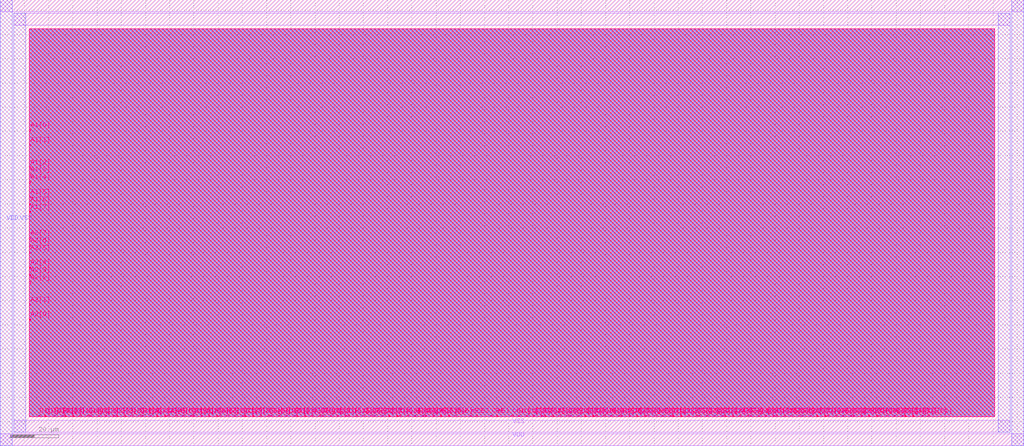
<source format=lef>
VERSION 5.6 ;
BUSBITCHARS "[]" ;
DIVIDERCHAR "/" ;

MACRO MEM2_136X32
  CLASS BLOCK ;
  ORIGIN 0 0 ;
  FOREIGN MEM2_136X32 0 0 ;
  SIZE 422.725 BY 184.395 ;
  SYMMETRY X Y R90 ;
  PIN A1[0]
    DIRECTION INPUT ;
    USE SIGNAL ;
    PORT
      LAYER Metal5 ;
        RECT 12 130.095 12.66 130.755 ;
      LAYER Metal6 ;
        RECT 12 130.095 12.66 130.755 ;
      LAYER Metal3 ;
        RECT 12 130.095 12.66 130.755 ;
      LAYER Metal4 ;
        RECT 12 130.095 12.66 130.755 ;
    END
  END A1[0]
  PIN A1[1]
    DIRECTION INPUT ;
    USE SIGNAL ;
    PORT
      LAYER Metal5 ;
        RECT 12 123.975 12.66 124.635 ;
      LAYER Metal6 ;
        RECT 12 123.975 12.66 124.635 ;
      LAYER Metal3 ;
        RECT 12 123.975 12.66 124.635 ;
      LAYER Metal4 ;
        RECT 12 123.975 12.66 124.635 ;
    END
  END A1[1]
  PIN A1[2]
    DIRECTION INPUT ;
    USE SIGNAL ;
    PORT
      LAYER Metal5 ;
        RECT 12 114.755 12.66 115.415 ;
      LAYER Metal6 ;
        RECT 12 114.755 12.66 115.415 ;
      LAYER Metal3 ;
        RECT 12 114.755 12.66 115.415 ;
      LAYER Metal4 ;
        RECT 12 114.755 12.66 115.415 ;
    END
  END A1[2]
  PIN A1[3]
    DIRECTION INPUT ;
    USE SIGNAL ;
    PORT
      LAYER Metal5 ;
        RECT 12 111.735 12.66 112.395 ;
      LAYER Metal6 ;
        RECT 12 111.735 12.66 112.395 ;
      LAYER Metal3 ;
        RECT 12 111.735 12.66 112.395 ;
      LAYER Metal4 ;
        RECT 12 111.735 12.66 112.395 ;
    END
  END A1[3]
  PIN A1[4]
    DIRECTION INPUT ;
    USE SIGNAL ;
    PORT
      LAYER Metal5 ;
        RECT 12 108.635 12.66 109.295 ;
      LAYER Metal6 ;
        RECT 12 108.635 12.66 109.295 ;
      LAYER Metal3 ;
        RECT 12 108.635 12.66 109.295 ;
      LAYER Metal4 ;
        RECT 12 108.635 12.66 109.295 ;
    END
  END A1[4]
  PIN A1[5]
    DIRECTION INPUT ;
    USE SIGNAL ;
    PORT
      LAYER Metal5 ;
        RECT 12 102.515 12.66 103.175 ;
      LAYER Metal6 ;
        RECT 12 102.515 12.66 103.175 ;
      LAYER Metal3 ;
        RECT 12 102.515 12.66 103.175 ;
      LAYER Metal4 ;
        RECT 12 102.515 12.66 103.175 ;
    END
  END A1[5]
  PIN A1[6]
    DIRECTION INPUT ;
    USE SIGNAL ;
    PORT
      LAYER Metal5 ;
        RECT 12 99.495 12.66 100.155 ;
      LAYER Metal6 ;
        RECT 12 99.495 12.66 100.155 ;
      LAYER Metal3 ;
        RECT 12 99.495 12.66 100.155 ;
      LAYER Metal4 ;
        RECT 12 99.495 12.66 100.155 ;
    END
  END A1[6]
  PIN A1[7]
    DIRECTION INPUT ;
    USE SIGNAL ;
    PORT
      LAYER Metal5 ;
        RECT 12 96.395 12.66 97.055 ;
      LAYER Metal6 ;
        RECT 12 96.395 12.66 97.055 ;
      LAYER Metal3 ;
        RECT 12 96.395 12.66 97.055 ;
      LAYER Metal4 ;
        RECT 12 96.395 12.66 97.055 ;
    END
  END A1[7]
  PIN A2[0]
    DIRECTION INPUT ;
    USE SIGNAL ;
    PORT
      LAYER Metal5 ;
        RECT 12 51.835 12.66 52.495 ;
      LAYER Metal6 ;
        RECT 12 51.835 12.66 52.495 ;
      LAYER Metal3 ;
        RECT 12 51.835 12.66 52.495 ;
      LAYER Metal4 ;
        RECT 12 51.835 12.66 52.495 ;
    END
  END A2[0]
  PIN A2[1]
    DIRECTION INPUT ;
    USE SIGNAL ;
    PORT
      LAYER Metal5 ;
        RECT 12 57.955 12.66 58.615 ;
      LAYER Metal6 ;
        RECT 12 57.955 12.66 58.615 ;
      LAYER Metal3 ;
        RECT 12 57.955 12.66 58.615 ;
      LAYER Metal4 ;
        RECT 12 57.955 12.66 58.615 ;
    END
  END A2[1]
  PIN A2[2]
    DIRECTION INPUT ;
    USE SIGNAL ;
    PORT
      LAYER Metal5 ;
        RECT 12 67.175 12.66 67.835 ;
      LAYER Metal6 ;
        RECT 12 67.175 12.66 67.835 ;
      LAYER Metal3 ;
        RECT 12 67.175 12.66 67.835 ;
      LAYER Metal4 ;
        RECT 12 67.175 12.66 67.835 ;
    END
  END A2[2]
  PIN A2[3]
    DIRECTION INPUT ;
    USE SIGNAL ;
    PORT
      LAYER Metal5 ;
        RECT 12 70.195 12.66 70.855 ;
      LAYER Metal6 ;
        RECT 12 70.195 12.66 70.855 ;
      LAYER Metal3 ;
        RECT 12 70.195 12.66 70.855 ;
      LAYER Metal4 ;
        RECT 12 70.195 12.66 70.855 ;
    END
  END A2[3]
  PIN A2[4]
    DIRECTION INPUT ;
    USE SIGNAL ;
    PORT
      LAYER Metal5 ;
        RECT 12 73.295 12.66 73.955 ;
      LAYER Metal6 ;
        RECT 12 73.295 12.66 73.955 ;
      LAYER Metal3 ;
        RECT 12 73.295 12.66 73.955 ;
      LAYER Metal4 ;
        RECT 12 73.295 12.66 73.955 ;
    END
  END A2[4]
  PIN A2[5]
    DIRECTION INPUT ;
    USE SIGNAL ;
    PORT
      LAYER Metal5 ;
        RECT 12 79.415 12.66 80.075 ;
      LAYER Metal6 ;
        RECT 12 79.415 12.66 80.075 ;
      LAYER Metal3 ;
        RECT 12 79.415 12.66 80.075 ;
      LAYER Metal4 ;
        RECT 12 79.415 12.66 80.075 ;
    END
  END A2[5]
  PIN A2[6]
    DIRECTION INPUT ;
    USE SIGNAL ;
    PORT
      LAYER Metal5 ;
        RECT 12 82.435 12.66 83.095 ;
      LAYER Metal6 ;
        RECT 12 82.435 12.66 83.095 ;
      LAYER Metal3 ;
        RECT 12 82.435 12.66 83.095 ;
      LAYER Metal4 ;
        RECT 12 82.435 12.66 83.095 ;
    END
  END A2[6]
  PIN A2[7]
    DIRECTION INPUT ;
    USE SIGNAL ;
    PORT
      LAYER Metal5 ;
        RECT 12 85.535 12.66 86.195 ;
      LAYER Metal6 ;
        RECT 12 85.535 12.66 86.195 ;
      LAYER Metal3 ;
        RECT 12 85.535 12.66 86.195 ;
      LAYER Metal4 ;
        RECT 12 85.535 12.66 86.195 ;
    END
  END A2[7]
  PIN CE1
    DIRECTION INPUT ;
    USE SIGNAL ;
    PORT
      LAYER Metal5 ;
        RECT 202.485 12 203.145 12.66 ;
      LAYER Metal6 ;
        RECT 202.485 12 203.145 12.66 ;
      LAYER Metal3 ;
        RECT 202.485 12 203.145 12.66 ;
      LAYER Metal4 ;
        RECT 202.485 12 203.145 12.66 ;
    END
  END CE1
  PIN CE2
    DIRECTION INPUT ;
    USE SIGNAL ;
    PORT
      LAYER Metal5 ;
        RECT 196.36 12 197.02 12.66 ;
      LAYER Metal6 ;
        RECT 196.36 12 197.02 12.66 ;
      LAYER Metal3 ;
        RECT 196.36 12 197.02 12.66 ;
      LAYER Metal4 ;
        RECT 196.36 12 197.02 12.66 ;
    END
  END CE2
  PIN CK1
    DIRECTION INPUT ;
    USE SIGNAL ;
    PORT
      LAYER Metal5 ;
        RECT 211.11 12 211.77 12.66 ;
      LAYER Metal6 ;
        RECT 211.11 12 211.77 12.66 ;
      LAYER Metal3 ;
        RECT 211.11 12 211.77 12.66 ;
      LAYER Metal4 ;
        RECT 211.11 12 211.77 12.66 ;
    END
  END CK1
  PIN CK2
    DIRECTION INPUT ;
    USE SIGNAL ;
    PORT
      LAYER Metal5 ;
        RECT 187.735 12 188.395 12.66 ;
      LAYER Metal6 ;
        RECT 187.735 12 188.395 12.66 ;
      LAYER Metal3 ;
        RECT 187.735 12 188.395 12.66 ;
      LAYER Metal4 ;
        RECT 187.735 12 188.395 12.66 ;
    END
  END CK2
  PIN D1[0]
    DIRECTION INPUT ;
    USE SIGNAL ;
    PORT
      LAYER Metal5 ;
        RECT 15.86 12 16.52 12.66 ;
      LAYER Metal6 ;
        RECT 15.86 12 16.52 12.66 ;
      LAYER Metal3 ;
        RECT 15.86 12 16.52 12.66 ;
      LAYER Metal4 ;
        RECT 15.86 12 16.52 12.66 ;
    END
  END D1[0]
  PIN D1[10]
    DIRECTION INPUT ;
    USE SIGNAL ;
    PORT
      LAYER Metal5 ;
        RECT 122.26 12 122.92 12.66 ;
      LAYER Metal6 ;
        RECT 122.26 12 122.92 12.66 ;
      LAYER Metal3 ;
        RECT 122.26 12 122.92 12.66 ;
      LAYER Metal4 ;
        RECT 122.26 12 122.92 12.66 ;
    END
  END D1[10]
  PIN D1[11]
    DIRECTION INPUT ;
    USE SIGNAL ;
    PORT
      LAYER Metal5 ;
        RECT 142.4 12 143.06 12.66 ;
      LAYER Metal6 ;
        RECT 142.4 12 143.06 12.66 ;
      LAYER Metal3 ;
        RECT 142.4 12 143.06 12.66 ;
      LAYER Metal4 ;
        RECT 142.4 12 143.06 12.66 ;
    END
  END D1[11]
  PIN D1[12]
    DIRECTION INPUT ;
    USE SIGNAL ;
    PORT
      LAYER Metal5 ;
        RECT 143.54 12 144.2 12.66 ;
      LAYER Metal6 ;
        RECT 143.54 12 144.2 12.66 ;
      LAYER Metal3 ;
        RECT 143.54 12 144.2 12.66 ;
      LAYER Metal4 ;
        RECT 143.54 12 144.2 12.66 ;
    END
  END D1[12]
  PIN D1[13]
    DIRECTION INPUT ;
    USE SIGNAL ;
    PORT
      LAYER Metal5 ;
        RECT 163.68 12 164.34 12.66 ;
      LAYER Metal6 ;
        RECT 163.68 12 164.34 12.66 ;
      LAYER Metal3 ;
        RECT 163.68 12 164.34 12.66 ;
      LAYER Metal4 ;
        RECT 163.68 12 164.34 12.66 ;
    END
  END D1[13]
  PIN D1[14]
    DIRECTION INPUT ;
    USE SIGNAL ;
    PORT
      LAYER Metal5 ;
        RECT 164.82 12 165.48 12.66 ;
      LAYER Metal6 ;
        RECT 164.82 12 165.48 12.66 ;
      LAYER Metal3 ;
        RECT 164.82 12 165.48 12.66 ;
      LAYER Metal4 ;
        RECT 164.82 12 165.48 12.66 ;
    END
  END D1[14]
  PIN D1[15]
    DIRECTION INPUT ;
    USE SIGNAL ;
    PORT
      LAYER Metal5 ;
        RECT 184.96 12 185.62 12.66 ;
      LAYER Metal6 ;
        RECT 184.96 12 185.62 12.66 ;
      LAYER Metal3 ;
        RECT 184.96 12 185.62 12.66 ;
      LAYER Metal4 ;
        RECT 184.96 12 185.62 12.66 ;
    END
  END D1[15]
  PIN D1[16]
    DIRECTION INPUT ;
    USE SIGNAL ;
    PORT
      LAYER Metal5 ;
        RECT 213.885 12 214.545 12.66 ;
      LAYER Metal6 ;
        RECT 213.885 12 214.545 12.66 ;
      LAYER Metal3 ;
        RECT 213.885 12 214.545 12.66 ;
      LAYER Metal4 ;
        RECT 213.885 12 214.545 12.66 ;
    END
  END D1[16]
  PIN D1[17]
    DIRECTION INPUT ;
    USE SIGNAL ;
    PORT
      LAYER Metal5 ;
        RECT 234.025 12 234.685 12.66 ;
      LAYER Metal6 ;
        RECT 234.025 12 234.685 12.66 ;
      LAYER Metal3 ;
        RECT 234.025 12 234.685 12.66 ;
      LAYER Metal4 ;
        RECT 234.025 12 234.685 12.66 ;
    END
  END D1[17]
  PIN D1[18]
    DIRECTION INPUT ;
    USE SIGNAL ;
    PORT
      LAYER Metal5 ;
        RECT 235.165 12 235.825 12.66 ;
      LAYER Metal6 ;
        RECT 235.165 12 235.825 12.66 ;
      LAYER Metal3 ;
        RECT 235.165 12 235.825 12.66 ;
      LAYER Metal4 ;
        RECT 235.165 12 235.825 12.66 ;
    END
  END D1[18]
  PIN D1[19]
    DIRECTION INPUT ;
    USE SIGNAL ;
    PORT
      LAYER Metal5 ;
        RECT 255.305 12 255.965 12.66 ;
      LAYER Metal6 ;
        RECT 255.305 12 255.965 12.66 ;
      LAYER Metal3 ;
        RECT 255.305 12 255.965 12.66 ;
      LAYER Metal4 ;
        RECT 255.305 12 255.965 12.66 ;
    END
  END D1[19]
  PIN D1[1]
    DIRECTION INPUT ;
    USE SIGNAL ;
    PORT
      LAYER Metal5 ;
        RECT 36 12 36.66 12.66 ;
      LAYER Metal6 ;
        RECT 36 12 36.66 12.66 ;
      LAYER Metal3 ;
        RECT 36 12 36.66 12.66 ;
      LAYER Metal4 ;
        RECT 36 12 36.66 12.66 ;
    END
  END D1[1]
  PIN D1[20]
    DIRECTION INPUT ;
    USE SIGNAL ;
    PORT
      LAYER Metal5 ;
        RECT 256.445 12 257.105 12.66 ;
      LAYER Metal6 ;
        RECT 256.445 12 257.105 12.66 ;
      LAYER Metal3 ;
        RECT 256.445 12 257.105 12.66 ;
      LAYER Metal4 ;
        RECT 256.445 12 257.105 12.66 ;
    END
  END D1[20]
  PIN D1[21]
    DIRECTION INPUT ;
    USE SIGNAL ;
    PORT
      LAYER Metal5 ;
        RECT 276.585 12 277.245 12.66 ;
      LAYER Metal6 ;
        RECT 276.585 12 277.245 12.66 ;
      LAYER Metal3 ;
        RECT 276.585 12 277.245 12.66 ;
      LAYER Metal4 ;
        RECT 276.585 12 277.245 12.66 ;
    END
  END D1[21]
  PIN D1[22]
    DIRECTION INPUT ;
    USE SIGNAL ;
    PORT
      LAYER Metal5 ;
        RECT 277.725 12 278.385 12.66 ;
      LAYER Metal6 ;
        RECT 277.725 12 278.385 12.66 ;
      LAYER Metal3 ;
        RECT 277.725 12 278.385 12.66 ;
      LAYER Metal4 ;
        RECT 277.725 12 278.385 12.66 ;
    END
  END D1[22]
  PIN D1[23]
    DIRECTION INPUT ;
    USE SIGNAL ;
    PORT
      LAYER Metal5 ;
        RECT 297.865 12 298.525 12.66 ;
      LAYER Metal6 ;
        RECT 297.865 12 298.525 12.66 ;
      LAYER Metal3 ;
        RECT 297.865 12 298.525 12.66 ;
      LAYER Metal4 ;
        RECT 297.865 12 298.525 12.66 ;
    END
  END D1[23]
  PIN D1[24]
    DIRECTION INPUT ;
    USE SIGNAL ;
    PORT
      LAYER Metal5 ;
        RECT 299.005 12 299.665 12.66 ;
      LAYER Metal6 ;
        RECT 299.005 12 299.665 12.66 ;
      LAYER Metal3 ;
        RECT 299.005 12 299.665 12.66 ;
      LAYER Metal4 ;
        RECT 299.005 12 299.665 12.66 ;
    END
  END D1[24]
  PIN D1[25]
    DIRECTION INPUT ;
    USE SIGNAL ;
    PORT
      LAYER Metal5 ;
        RECT 319.145 12 319.805 12.66 ;
      LAYER Metal6 ;
        RECT 319.145 12 319.805 12.66 ;
      LAYER Metal3 ;
        RECT 319.145 12 319.805 12.66 ;
      LAYER Metal4 ;
        RECT 319.145 12 319.805 12.66 ;
    END
  END D1[25]
  PIN D1[26]
    DIRECTION INPUT ;
    USE SIGNAL ;
    PORT
      LAYER Metal5 ;
        RECT 320.285 12 320.945 12.66 ;
      LAYER Metal6 ;
        RECT 320.285 12 320.945 12.66 ;
      LAYER Metal3 ;
        RECT 320.285 12 320.945 12.66 ;
      LAYER Metal4 ;
        RECT 320.285 12 320.945 12.66 ;
    END
  END D1[26]
  PIN D1[27]
    DIRECTION INPUT ;
    USE SIGNAL ;
    PORT
      LAYER Metal5 ;
        RECT 340.425 12 341.085 12.66 ;
      LAYER Metal6 ;
        RECT 340.425 12 341.085 12.66 ;
      LAYER Metal3 ;
        RECT 340.425 12 341.085 12.66 ;
      LAYER Metal4 ;
        RECT 340.425 12 341.085 12.66 ;
    END
  END D1[27]
  PIN D1[28]
    DIRECTION INPUT ;
    USE SIGNAL ;
    PORT
      LAYER Metal5 ;
        RECT 341.565 12 342.225 12.66 ;
      LAYER Metal6 ;
        RECT 341.565 12 342.225 12.66 ;
      LAYER Metal3 ;
        RECT 341.565 12 342.225 12.66 ;
      LAYER Metal4 ;
        RECT 341.565 12 342.225 12.66 ;
    END
  END D1[28]
  PIN D1[29]
    DIRECTION INPUT ;
    USE SIGNAL ;
    PORT
      LAYER Metal5 ;
        RECT 361.705 12 362.365 12.66 ;
      LAYER Metal6 ;
        RECT 361.705 12 362.365 12.66 ;
      LAYER Metal3 ;
        RECT 361.705 12 362.365 12.66 ;
      LAYER Metal4 ;
        RECT 361.705 12 362.365 12.66 ;
    END
  END D1[29]
  PIN D1[2]
    DIRECTION INPUT ;
    USE SIGNAL ;
    PORT
      LAYER Metal5 ;
        RECT 37.14 12 37.8 12.66 ;
      LAYER Metal6 ;
        RECT 37.14 12 37.8 12.66 ;
      LAYER Metal3 ;
        RECT 37.14 12 37.8 12.66 ;
      LAYER Metal4 ;
        RECT 37.14 12 37.8 12.66 ;
    END
  END D1[2]
  PIN D1[30]
    DIRECTION INPUT ;
    USE SIGNAL ;
    PORT
      LAYER Metal5 ;
        RECT 362.845 12 363.505 12.66 ;
      LAYER Metal6 ;
        RECT 362.845 12 363.505 12.66 ;
      LAYER Metal3 ;
        RECT 362.845 12 363.505 12.66 ;
      LAYER Metal4 ;
        RECT 362.845 12 363.505 12.66 ;
    END
  END D1[30]
  PIN D1[31]
    DIRECTION INPUT ;
    USE SIGNAL ;
    PORT
      LAYER Metal5 ;
        RECT 382.985 12 383.645 12.66 ;
      LAYER Metal6 ;
        RECT 382.985 12 383.645 12.66 ;
      LAYER Metal3 ;
        RECT 382.985 12 383.645 12.66 ;
      LAYER Metal4 ;
        RECT 382.985 12 383.645 12.66 ;
    END
  END D1[31]
  PIN D1[3]
    DIRECTION INPUT ;
    USE SIGNAL ;
    PORT
      LAYER Metal5 ;
        RECT 57.28 12 57.94 12.66 ;
      LAYER Metal6 ;
        RECT 57.28 12 57.94 12.66 ;
      LAYER Metal3 ;
        RECT 57.28 12 57.94 12.66 ;
      LAYER Metal4 ;
        RECT 57.28 12 57.94 12.66 ;
    END
  END D1[3]
  PIN D1[4]
    DIRECTION INPUT ;
    USE SIGNAL ;
    PORT
      LAYER Metal5 ;
        RECT 58.42 12 59.08 12.66 ;
      LAYER Metal6 ;
        RECT 58.42 12 59.08 12.66 ;
      LAYER Metal3 ;
        RECT 58.42 12 59.08 12.66 ;
      LAYER Metal4 ;
        RECT 58.42 12 59.08 12.66 ;
    END
  END D1[4]
  PIN D1[5]
    DIRECTION INPUT ;
    USE SIGNAL ;
    PORT
      LAYER Metal5 ;
        RECT 78.56 12 79.22 12.66 ;
      LAYER Metal6 ;
        RECT 78.56 12 79.22 12.66 ;
      LAYER Metal3 ;
        RECT 78.56 12 79.22 12.66 ;
      LAYER Metal4 ;
        RECT 78.56 12 79.22 12.66 ;
    END
  END D1[5]
  PIN D1[6]
    DIRECTION INPUT ;
    USE SIGNAL ;
    PORT
      LAYER Metal5 ;
        RECT 79.7 12 80.36 12.66 ;
      LAYER Metal6 ;
        RECT 79.7 12 80.36 12.66 ;
      LAYER Metal3 ;
        RECT 79.7 12 80.36 12.66 ;
      LAYER Metal4 ;
        RECT 79.7 12 80.36 12.66 ;
    END
  END D1[6]
  PIN D1[7]
    DIRECTION INPUT ;
    USE SIGNAL ;
    PORT
      LAYER Metal5 ;
        RECT 99.84 12 100.5 12.66 ;
      LAYER Metal6 ;
        RECT 99.84 12 100.5 12.66 ;
      LAYER Metal3 ;
        RECT 99.84 12 100.5 12.66 ;
      LAYER Metal4 ;
        RECT 99.84 12 100.5 12.66 ;
    END
  END D1[7]
  PIN D1[8]
    DIRECTION INPUT ;
    USE SIGNAL ;
    PORT
      LAYER Metal5 ;
        RECT 100.98 12 101.64 12.66 ;
      LAYER Metal6 ;
        RECT 100.98 12 101.64 12.66 ;
      LAYER Metal3 ;
        RECT 100.98 12 101.64 12.66 ;
      LAYER Metal4 ;
        RECT 100.98 12 101.64 12.66 ;
    END
  END D1[8]
  PIN D1[9]
    DIRECTION INPUT ;
    USE SIGNAL ;
    PORT
      LAYER Metal5 ;
        RECT 121.12 12 121.78 12.66 ;
      LAYER Metal6 ;
        RECT 121.12 12 121.78 12.66 ;
      LAYER Metal3 ;
        RECT 121.12 12 121.78 12.66 ;
      LAYER Metal4 ;
        RECT 121.12 12 121.78 12.66 ;
    END
  END D1[9]
  PIN D2[0]
    DIRECTION INPUT ;
    USE SIGNAL ;
    PORT
      LAYER Metal5 ;
        RECT 25.36 12 26.02 12.66 ;
      LAYER Metal6 ;
        RECT 25.36 12 26.02 12.66 ;
      LAYER Metal3 ;
        RECT 25.36 12 26.02 12.66 ;
      LAYER Metal4 ;
        RECT 25.36 12 26.02 12.66 ;
    END
  END D2[0]
  PIN D2[10]
    DIRECTION INPUT ;
    USE SIGNAL ;
    PORT
      LAYER Metal5 ;
        RECT 131.76 12 132.42 12.66 ;
      LAYER Metal6 ;
        RECT 131.76 12 132.42 12.66 ;
      LAYER Metal3 ;
        RECT 131.76 12 132.42 12.66 ;
      LAYER Metal4 ;
        RECT 131.76 12 132.42 12.66 ;
    END
  END D2[10]
  PIN D2[11]
    DIRECTION INPUT ;
    USE SIGNAL ;
    PORT
      LAYER Metal5 ;
        RECT 132.9 12 133.56 12.66 ;
      LAYER Metal6 ;
        RECT 132.9 12 133.56 12.66 ;
      LAYER Metal3 ;
        RECT 132.9 12 133.56 12.66 ;
      LAYER Metal4 ;
        RECT 132.9 12 133.56 12.66 ;
    END
  END D2[11]
  PIN D2[12]
    DIRECTION INPUT ;
    USE SIGNAL ;
    PORT
      LAYER Metal5 ;
        RECT 153.04 12 153.7 12.66 ;
      LAYER Metal6 ;
        RECT 153.04 12 153.7 12.66 ;
      LAYER Metal3 ;
        RECT 153.04 12 153.7 12.66 ;
      LAYER Metal4 ;
        RECT 153.04 12 153.7 12.66 ;
    END
  END D2[12]
  PIN D2[13]
    DIRECTION INPUT ;
    USE SIGNAL ;
    PORT
      LAYER Metal5 ;
        RECT 154.18 12 154.84 12.66 ;
      LAYER Metal6 ;
        RECT 154.18 12 154.84 12.66 ;
      LAYER Metal3 ;
        RECT 154.18 12 154.84 12.66 ;
      LAYER Metal4 ;
        RECT 154.18 12 154.84 12.66 ;
    END
  END D2[13]
  PIN D2[14]
    DIRECTION INPUT ;
    USE SIGNAL ;
    PORT
      LAYER Metal5 ;
        RECT 174.32 12 174.98 12.66 ;
      LAYER Metal6 ;
        RECT 174.32 12 174.98 12.66 ;
      LAYER Metal3 ;
        RECT 174.32 12 174.98 12.66 ;
      LAYER Metal4 ;
        RECT 174.32 12 174.98 12.66 ;
    END
  END D2[14]
  PIN D2[15]
    DIRECTION INPUT ;
    USE SIGNAL ;
    PORT
      LAYER Metal5 ;
        RECT 175.46 12 176.12 12.66 ;
      LAYER Metal6 ;
        RECT 175.46 12 176.12 12.66 ;
      LAYER Metal3 ;
        RECT 175.46 12 176.12 12.66 ;
      LAYER Metal4 ;
        RECT 175.46 12 176.12 12.66 ;
    END
  END D2[15]
  PIN D2[16]
    DIRECTION INPUT ;
    USE SIGNAL ;
    PORT
      LAYER Metal5 ;
        RECT 223.385 12 224.045 12.66 ;
      LAYER Metal6 ;
        RECT 223.385 12 224.045 12.66 ;
      LAYER Metal3 ;
        RECT 223.385 12 224.045 12.66 ;
      LAYER Metal4 ;
        RECT 223.385 12 224.045 12.66 ;
    END
  END D2[16]
  PIN D2[17]
    DIRECTION INPUT ;
    USE SIGNAL ;
    PORT
      LAYER Metal5 ;
        RECT 224.525 12 225.185 12.66 ;
      LAYER Metal6 ;
        RECT 224.525 12 225.185 12.66 ;
      LAYER Metal3 ;
        RECT 224.525 12 225.185 12.66 ;
      LAYER Metal4 ;
        RECT 224.525 12 225.185 12.66 ;
    END
  END D2[17]
  PIN D2[18]
    DIRECTION INPUT ;
    USE SIGNAL ;
    PORT
      LAYER Metal5 ;
        RECT 244.665 12 245.325 12.66 ;
      LAYER Metal6 ;
        RECT 244.665 12 245.325 12.66 ;
      LAYER Metal3 ;
        RECT 244.665 12 245.325 12.66 ;
      LAYER Metal4 ;
        RECT 244.665 12 245.325 12.66 ;
    END
  END D2[18]
  PIN D2[19]
    DIRECTION INPUT ;
    USE SIGNAL ;
    PORT
      LAYER Metal5 ;
        RECT 245.805 12 246.465 12.66 ;
      LAYER Metal6 ;
        RECT 245.805 12 246.465 12.66 ;
      LAYER Metal3 ;
        RECT 245.805 12 246.465 12.66 ;
      LAYER Metal4 ;
        RECT 245.805 12 246.465 12.66 ;
    END
  END D2[19]
  PIN D2[1]
    DIRECTION INPUT ;
    USE SIGNAL ;
    PORT
      LAYER Metal5 ;
        RECT 26.5 12 27.16 12.66 ;
      LAYER Metal6 ;
        RECT 26.5 12 27.16 12.66 ;
      LAYER Metal3 ;
        RECT 26.5 12 27.16 12.66 ;
      LAYER Metal4 ;
        RECT 26.5 12 27.16 12.66 ;
    END
  END D2[1]
  PIN D2[20]
    DIRECTION INPUT ;
    USE SIGNAL ;
    PORT
      LAYER Metal5 ;
        RECT 265.945 12 266.605 12.66 ;
      LAYER Metal6 ;
        RECT 265.945 12 266.605 12.66 ;
      LAYER Metal3 ;
        RECT 265.945 12 266.605 12.66 ;
      LAYER Metal4 ;
        RECT 265.945 12 266.605 12.66 ;
    END
  END D2[20]
  PIN D2[21]
    DIRECTION INPUT ;
    USE SIGNAL ;
    PORT
      LAYER Metal5 ;
        RECT 267.085 12 267.745 12.66 ;
      LAYER Metal6 ;
        RECT 267.085 12 267.745 12.66 ;
      LAYER Metal3 ;
        RECT 267.085 12 267.745 12.66 ;
      LAYER Metal4 ;
        RECT 267.085 12 267.745 12.66 ;
    END
  END D2[21]
  PIN D2[22]
    DIRECTION INPUT ;
    USE SIGNAL ;
    PORT
      LAYER Metal5 ;
        RECT 287.225 12 287.885 12.66 ;
      LAYER Metal6 ;
        RECT 287.225 12 287.885 12.66 ;
      LAYER Metal3 ;
        RECT 287.225 12 287.885 12.66 ;
      LAYER Metal4 ;
        RECT 287.225 12 287.885 12.66 ;
    END
  END D2[22]
  PIN D2[23]
    DIRECTION INPUT ;
    USE SIGNAL ;
    PORT
      LAYER Metal5 ;
        RECT 288.365 12 289.025 12.66 ;
      LAYER Metal6 ;
        RECT 288.365 12 289.025 12.66 ;
      LAYER Metal3 ;
        RECT 288.365 12 289.025 12.66 ;
      LAYER Metal4 ;
        RECT 288.365 12 289.025 12.66 ;
    END
  END D2[23]
  PIN D2[24]
    DIRECTION INPUT ;
    USE SIGNAL ;
    PORT
      LAYER Metal5 ;
        RECT 308.505 12 309.165 12.66 ;
      LAYER Metal6 ;
        RECT 308.505 12 309.165 12.66 ;
      LAYER Metal3 ;
        RECT 308.505 12 309.165 12.66 ;
      LAYER Metal4 ;
        RECT 308.505 12 309.165 12.66 ;
    END
  END D2[24]
  PIN D2[25]
    DIRECTION INPUT ;
    USE SIGNAL ;
    PORT
      LAYER Metal5 ;
        RECT 309.645 12 310.305 12.66 ;
      LAYER Metal6 ;
        RECT 309.645 12 310.305 12.66 ;
      LAYER Metal3 ;
        RECT 309.645 12 310.305 12.66 ;
      LAYER Metal4 ;
        RECT 309.645 12 310.305 12.66 ;
    END
  END D2[25]
  PIN D2[26]
    DIRECTION INPUT ;
    USE SIGNAL ;
    PORT
      LAYER Metal5 ;
        RECT 329.785 12 330.445 12.66 ;
      LAYER Metal6 ;
        RECT 329.785 12 330.445 12.66 ;
      LAYER Metal3 ;
        RECT 329.785 12 330.445 12.66 ;
      LAYER Metal4 ;
        RECT 329.785 12 330.445 12.66 ;
    END
  END D2[26]
  PIN D2[27]
    DIRECTION INPUT ;
    USE SIGNAL ;
    PORT
      LAYER Metal5 ;
        RECT 330.925 12 331.585 12.66 ;
      LAYER Metal6 ;
        RECT 330.925 12 331.585 12.66 ;
      LAYER Metal3 ;
        RECT 330.925 12 331.585 12.66 ;
      LAYER Metal4 ;
        RECT 330.925 12 331.585 12.66 ;
    END
  END D2[27]
  PIN D2[28]
    DIRECTION INPUT ;
    USE SIGNAL ;
    PORT
      LAYER Metal5 ;
        RECT 351.065 12 351.725 12.66 ;
      LAYER Metal6 ;
        RECT 351.065 12 351.725 12.66 ;
      LAYER Metal3 ;
        RECT 351.065 12 351.725 12.66 ;
      LAYER Metal4 ;
        RECT 351.065 12 351.725 12.66 ;
    END
  END D2[28]
  PIN D2[29]
    DIRECTION INPUT ;
    USE SIGNAL ;
    PORT
      LAYER Metal5 ;
        RECT 352.205 12 352.865 12.66 ;
      LAYER Metal6 ;
        RECT 352.205 12 352.865 12.66 ;
      LAYER Metal3 ;
        RECT 352.205 12 352.865 12.66 ;
      LAYER Metal4 ;
        RECT 352.205 12 352.865 12.66 ;
    END
  END D2[29]
  PIN D2[2]
    DIRECTION INPUT ;
    USE SIGNAL ;
    PORT
      LAYER Metal5 ;
        RECT 46.64 12 47.3 12.66 ;
      LAYER Metal6 ;
        RECT 46.64 12 47.3 12.66 ;
      LAYER Metal3 ;
        RECT 46.64 12 47.3 12.66 ;
      LAYER Metal4 ;
        RECT 46.64 12 47.3 12.66 ;
    END
  END D2[2]
  PIN D2[30]
    DIRECTION INPUT ;
    USE SIGNAL ;
    PORT
      LAYER Metal5 ;
        RECT 372.345 12 373.005 12.66 ;
      LAYER Metal6 ;
        RECT 372.345 12 373.005 12.66 ;
      LAYER Metal3 ;
        RECT 372.345 12 373.005 12.66 ;
      LAYER Metal4 ;
        RECT 372.345 12 373.005 12.66 ;
    END
  END D2[30]
  PIN D2[31]
    DIRECTION INPUT ;
    USE SIGNAL ;
    PORT
      LAYER Metal5 ;
        RECT 373.485 12 374.145 12.66 ;
      LAYER Metal6 ;
        RECT 373.485 12 374.145 12.66 ;
      LAYER Metal3 ;
        RECT 373.485 12 374.145 12.66 ;
      LAYER Metal4 ;
        RECT 373.485 12 374.145 12.66 ;
    END
  END D2[31]
  PIN D2[3]
    DIRECTION INPUT ;
    USE SIGNAL ;
    PORT
      LAYER Metal5 ;
        RECT 47.78 12 48.44 12.66 ;
      LAYER Metal6 ;
        RECT 47.78 12 48.44 12.66 ;
      LAYER Metal3 ;
        RECT 47.78 12 48.44 12.66 ;
      LAYER Metal4 ;
        RECT 47.78 12 48.44 12.66 ;
    END
  END D2[3]
  PIN D2[4]
    DIRECTION INPUT ;
    USE SIGNAL ;
    PORT
      LAYER Metal5 ;
        RECT 67.92 12 68.58 12.66 ;
      LAYER Metal6 ;
        RECT 67.92 12 68.58 12.66 ;
      LAYER Metal3 ;
        RECT 67.92 12 68.58 12.66 ;
      LAYER Metal4 ;
        RECT 67.92 12 68.58 12.66 ;
    END
  END D2[4]
  PIN D2[5]
    DIRECTION INPUT ;
    USE SIGNAL ;
    PORT
      LAYER Metal5 ;
        RECT 69.06 12 69.72 12.66 ;
      LAYER Metal6 ;
        RECT 69.06 12 69.72 12.66 ;
      LAYER Metal3 ;
        RECT 69.06 12 69.72 12.66 ;
      LAYER Metal4 ;
        RECT 69.06 12 69.72 12.66 ;
    END
  END D2[5]
  PIN D2[6]
    DIRECTION INPUT ;
    USE SIGNAL ;
    PORT
      LAYER Metal5 ;
        RECT 89.2 12 89.86 12.66 ;
      LAYER Metal6 ;
        RECT 89.2 12 89.86 12.66 ;
      LAYER Metal3 ;
        RECT 89.2 12 89.86 12.66 ;
      LAYER Metal4 ;
        RECT 89.2 12 89.86 12.66 ;
    END
  END D2[6]
  PIN D2[7]
    DIRECTION INPUT ;
    USE SIGNAL ;
    PORT
      LAYER Metal5 ;
        RECT 90.34 12 91 12.66 ;
      LAYER Metal6 ;
        RECT 90.34 12 91 12.66 ;
      LAYER Metal3 ;
        RECT 90.34 12 91 12.66 ;
      LAYER Metal4 ;
        RECT 90.34 12 91 12.66 ;
    END
  END D2[7]
  PIN D2[8]
    DIRECTION INPUT ;
    USE SIGNAL ;
    PORT
      LAYER Metal5 ;
        RECT 110.48 12 111.14 12.66 ;
      LAYER Metal6 ;
        RECT 110.48 12 111.14 12.66 ;
      LAYER Metal3 ;
        RECT 110.48 12 111.14 12.66 ;
      LAYER Metal4 ;
        RECT 110.48 12 111.14 12.66 ;
    END
  END D2[8]
  PIN D2[9]
    DIRECTION INPUT ;
    USE SIGNAL ;
    PORT
      LAYER Metal5 ;
        RECT 111.62 12 112.28 12.66 ;
      LAYER Metal6 ;
        RECT 111.62 12 112.28 12.66 ;
      LAYER Metal3 ;
        RECT 111.62 12 112.28 12.66 ;
      LAYER Metal4 ;
        RECT 111.62 12 112.28 12.66 ;
    END
  END D2[9]
  PIN Q1[0]
    DIRECTION OUTPUT ;
    USE SIGNAL ;
    PORT
      LAYER Metal5 ;
        RECT 18.28 12 18.94 12.66 ;
      LAYER Metal6 ;
        RECT 18.28 12 18.94 12.66 ;
      LAYER Metal3 ;
        RECT 18.28 12 18.94 12.66 ;
      LAYER Metal4 ;
        RECT 18.28 12 18.94 12.66 ;
    END
  END Q1[0]
  PIN Q1[10]
    DIRECTION OUTPUT ;
    USE SIGNAL ;
    PORT
      LAYER Metal5 ;
        RECT 125.56 12 126.22 12.66 ;
      LAYER Metal6 ;
        RECT 125.56 12 126.22 12.66 ;
      LAYER Metal3 ;
        RECT 125.56 12 126.22 12.66 ;
      LAYER Metal4 ;
        RECT 125.56 12 126.22 12.66 ;
    END
  END Q1[10]
  PIN Q1[11]
    DIRECTION OUTPUT ;
    USE SIGNAL ;
    PORT
      LAYER Metal5 ;
        RECT 139.1 12 139.76 12.66 ;
      LAYER Metal6 ;
        RECT 139.1 12 139.76 12.66 ;
      LAYER Metal3 ;
        RECT 139.1 12 139.76 12.66 ;
      LAYER Metal4 ;
        RECT 139.1 12 139.76 12.66 ;
    END
  END Q1[11]
  PIN Q1[12]
    DIRECTION OUTPUT ;
    USE SIGNAL ;
    PORT
      LAYER Metal5 ;
        RECT 146.84 12 147.5 12.66 ;
      LAYER Metal6 ;
        RECT 146.84 12 147.5 12.66 ;
      LAYER Metal3 ;
        RECT 146.84 12 147.5 12.66 ;
      LAYER Metal4 ;
        RECT 146.84 12 147.5 12.66 ;
    END
  END Q1[12]
  PIN Q1[13]
    DIRECTION OUTPUT ;
    USE SIGNAL ;
    PORT
      LAYER Metal5 ;
        RECT 160.38 12 161.04 12.66 ;
      LAYER Metal6 ;
        RECT 160.38 12 161.04 12.66 ;
      LAYER Metal3 ;
        RECT 160.38 12 161.04 12.66 ;
      LAYER Metal4 ;
        RECT 160.38 12 161.04 12.66 ;
    END
  END Q1[13]
  PIN Q1[14]
    DIRECTION OUTPUT ;
    USE SIGNAL ;
    PORT
      LAYER Metal5 ;
        RECT 168.12 12 168.78 12.66 ;
      LAYER Metal6 ;
        RECT 168.12 12 168.78 12.66 ;
      LAYER Metal3 ;
        RECT 168.12 12 168.78 12.66 ;
      LAYER Metal4 ;
        RECT 168.12 12 168.78 12.66 ;
    END
  END Q1[14]
  PIN Q1[15]
    DIRECTION OUTPUT ;
    USE SIGNAL ;
    PORT
      LAYER Metal5 ;
        RECT 181.66 12 182.32 12.66 ;
      LAYER Metal6 ;
        RECT 181.66 12 182.32 12.66 ;
      LAYER Metal3 ;
        RECT 181.66 12 182.32 12.66 ;
      LAYER Metal4 ;
        RECT 181.66 12 182.32 12.66 ;
    END
  END Q1[15]
  PIN Q1[16]
    DIRECTION OUTPUT ;
    USE SIGNAL ;
    PORT
      LAYER Metal5 ;
        RECT 217.185 12 217.845 12.66 ;
      LAYER Metal6 ;
        RECT 217.185 12 217.845 12.66 ;
      LAYER Metal3 ;
        RECT 217.185 12 217.845 12.66 ;
      LAYER Metal4 ;
        RECT 217.185 12 217.845 12.66 ;
    END
  END Q1[16]
  PIN Q1[17]
    DIRECTION OUTPUT ;
    USE SIGNAL ;
    PORT
      LAYER Metal5 ;
        RECT 230.725 12 231.385 12.66 ;
      LAYER Metal6 ;
        RECT 230.725 12 231.385 12.66 ;
      LAYER Metal3 ;
        RECT 230.725 12 231.385 12.66 ;
      LAYER Metal4 ;
        RECT 230.725 12 231.385 12.66 ;
    END
  END Q1[17]
  PIN Q1[18]
    DIRECTION OUTPUT ;
    USE SIGNAL ;
    PORT
      LAYER Metal5 ;
        RECT 238.465 12 239.125 12.66 ;
      LAYER Metal6 ;
        RECT 238.465 12 239.125 12.66 ;
      LAYER Metal3 ;
        RECT 238.465 12 239.125 12.66 ;
      LAYER Metal4 ;
        RECT 238.465 12 239.125 12.66 ;
    END
  END Q1[18]
  PIN Q1[19]
    DIRECTION OUTPUT ;
    USE SIGNAL ;
    PORT
      LAYER Metal5 ;
        RECT 252.005 12 252.665 12.66 ;
      LAYER Metal6 ;
        RECT 252.005 12 252.665 12.66 ;
      LAYER Metal3 ;
        RECT 252.005 12 252.665 12.66 ;
      LAYER Metal4 ;
        RECT 252.005 12 252.665 12.66 ;
    END
  END Q1[19]
  PIN Q1[1]
    DIRECTION OUTPUT ;
    USE SIGNAL ;
    PORT
      LAYER Metal5 ;
        RECT 32.7 12 33.36 12.66 ;
      LAYER Metal6 ;
        RECT 32.7 12 33.36 12.66 ;
      LAYER Metal3 ;
        RECT 32.7 12 33.36 12.66 ;
      LAYER Metal4 ;
        RECT 32.7 12 33.36 12.66 ;
    END
  END Q1[1]
  PIN Q1[20]
    DIRECTION OUTPUT ;
    USE SIGNAL ;
    PORT
      LAYER Metal5 ;
        RECT 259.745 12 260.405 12.66 ;
      LAYER Metal6 ;
        RECT 259.745 12 260.405 12.66 ;
      LAYER Metal3 ;
        RECT 259.745 12 260.405 12.66 ;
      LAYER Metal4 ;
        RECT 259.745 12 260.405 12.66 ;
    END
  END Q1[20]
  PIN Q1[21]
    DIRECTION OUTPUT ;
    USE SIGNAL ;
    PORT
      LAYER Metal5 ;
        RECT 273.285 12 273.945 12.66 ;
      LAYER Metal6 ;
        RECT 273.285 12 273.945 12.66 ;
      LAYER Metal3 ;
        RECT 273.285 12 273.945 12.66 ;
      LAYER Metal4 ;
        RECT 273.285 12 273.945 12.66 ;
    END
  END Q1[21]
  PIN Q1[22]
    DIRECTION OUTPUT ;
    USE SIGNAL ;
    PORT
      LAYER Metal5 ;
        RECT 281.025 12 281.685 12.66 ;
      LAYER Metal6 ;
        RECT 281.025 12 281.685 12.66 ;
      LAYER Metal3 ;
        RECT 281.025 12 281.685 12.66 ;
      LAYER Metal4 ;
        RECT 281.025 12 281.685 12.66 ;
    END
  END Q1[22]
  PIN Q1[23]
    DIRECTION OUTPUT ;
    USE SIGNAL ;
    PORT
      LAYER Metal5 ;
        RECT 294.565 12 295.225 12.66 ;
      LAYER Metal6 ;
        RECT 294.565 12 295.225 12.66 ;
      LAYER Metal3 ;
        RECT 294.565 12 295.225 12.66 ;
      LAYER Metal4 ;
        RECT 294.565 12 295.225 12.66 ;
    END
  END Q1[23]
  PIN Q1[24]
    DIRECTION OUTPUT ;
    USE SIGNAL ;
    PORT
      LAYER Metal5 ;
        RECT 302.305 12 302.965 12.66 ;
      LAYER Metal6 ;
        RECT 302.305 12 302.965 12.66 ;
      LAYER Metal3 ;
        RECT 302.305 12 302.965 12.66 ;
      LAYER Metal4 ;
        RECT 302.305 12 302.965 12.66 ;
    END
  END Q1[24]
  PIN Q1[25]
    DIRECTION OUTPUT ;
    USE SIGNAL ;
    PORT
      LAYER Metal5 ;
        RECT 315.845 12 316.505 12.66 ;
      LAYER Metal6 ;
        RECT 315.845 12 316.505 12.66 ;
      LAYER Metal3 ;
        RECT 315.845 12 316.505 12.66 ;
      LAYER Metal4 ;
        RECT 315.845 12 316.505 12.66 ;
    END
  END Q1[25]
  PIN Q1[26]
    DIRECTION OUTPUT ;
    USE SIGNAL ;
    PORT
      LAYER Metal5 ;
        RECT 323.585 12 324.245 12.66 ;
      LAYER Metal6 ;
        RECT 323.585 12 324.245 12.66 ;
      LAYER Metal3 ;
        RECT 323.585 12 324.245 12.66 ;
      LAYER Metal4 ;
        RECT 323.585 12 324.245 12.66 ;
    END
  END Q1[26]
  PIN Q1[27]
    DIRECTION OUTPUT ;
    USE SIGNAL ;
    PORT
      LAYER Metal5 ;
        RECT 337.125 12 337.785 12.66 ;
      LAYER Metal6 ;
        RECT 337.125 12 337.785 12.66 ;
      LAYER Metal3 ;
        RECT 337.125 12 337.785 12.66 ;
      LAYER Metal4 ;
        RECT 337.125 12 337.785 12.66 ;
    END
  END Q1[27]
  PIN Q1[28]
    DIRECTION OUTPUT ;
    USE SIGNAL ;
    PORT
      LAYER Metal5 ;
        RECT 344.865 12 345.525 12.66 ;
      LAYER Metal6 ;
        RECT 344.865 12 345.525 12.66 ;
      LAYER Metal3 ;
        RECT 344.865 12 345.525 12.66 ;
      LAYER Metal4 ;
        RECT 344.865 12 345.525 12.66 ;
    END
  END Q1[28]
  PIN Q1[29]
    DIRECTION OUTPUT ;
    USE SIGNAL ;
    PORT
      LAYER Metal5 ;
        RECT 358.405 12 359.065 12.66 ;
      LAYER Metal6 ;
        RECT 358.405 12 359.065 12.66 ;
      LAYER Metal3 ;
        RECT 358.405 12 359.065 12.66 ;
      LAYER Metal4 ;
        RECT 358.405 12 359.065 12.66 ;
    END
  END Q1[29]
  PIN Q1[2]
    DIRECTION OUTPUT ;
    USE SIGNAL ;
    PORT
      LAYER Metal5 ;
        RECT 40.44 12 41.1 12.66 ;
      LAYER Metal6 ;
        RECT 40.44 12 41.1 12.66 ;
      LAYER Metal3 ;
        RECT 40.44 12 41.1 12.66 ;
      LAYER Metal4 ;
        RECT 40.44 12 41.1 12.66 ;
    END
  END Q1[2]
  PIN Q1[30]
    DIRECTION OUTPUT ;
    USE SIGNAL ;
    PORT
      LAYER Metal5 ;
        RECT 366.145 12 366.805 12.66 ;
      LAYER Metal6 ;
        RECT 366.145 12 366.805 12.66 ;
      LAYER Metal3 ;
        RECT 366.145 12 366.805 12.66 ;
      LAYER Metal4 ;
        RECT 366.145 12 366.805 12.66 ;
    END
  END Q1[30]
  PIN Q1[31]
    DIRECTION OUTPUT ;
    USE SIGNAL ;
    PORT
      LAYER Metal5 ;
        RECT 380.565 12 381.225 12.66 ;
      LAYER Metal6 ;
        RECT 380.565 12 381.225 12.66 ;
      LAYER Metal3 ;
        RECT 380.565 12 381.225 12.66 ;
      LAYER Metal4 ;
        RECT 380.565 12 381.225 12.66 ;
    END
  END Q1[31]
  PIN Q1[3]
    DIRECTION OUTPUT ;
    USE SIGNAL ;
    PORT
      LAYER Metal5 ;
        RECT 53.98 12 54.64 12.66 ;
      LAYER Metal6 ;
        RECT 53.98 12 54.64 12.66 ;
      LAYER Metal3 ;
        RECT 53.98 12 54.64 12.66 ;
      LAYER Metal4 ;
        RECT 53.98 12 54.64 12.66 ;
    END
  END Q1[3]
  PIN Q1[4]
    DIRECTION OUTPUT ;
    USE SIGNAL ;
    PORT
      LAYER Metal5 ;
        RECT 61.72 12 62.38 12.66 ;
      LAYER Metal6 ;
        RECT 61.72 12 62.38 12.66 ;
      LAYER Metal3 ;
        RECT 61.72 12 62.38 12.66 ;
      LAYER Metal4 ;
        RECT 61.72 12 62.38 12.66 ;
    END
  END Q1[4]
  PIN Q1[5]
    DIRECTION OUTPUT ;
    USE SIGNAL ;
    PORT
      LAYER Metal5 ;
        RECT 75.26 12 75.92 12.66 ;
      LAYER Metal6 ;
        RECT 75.26 12 75.92 12.66 ;
      LAYER Metal3 ;
        RECT 75.26 12 75.92 12.66 ;
      LAYER Metal4 ;
        RECT 75.26 12 75.92 12.66 ;
    END
  END Q1[5]
  PIN Q1[6]
    DIRECTION OUTPUT ;
    USE SIGNAL ;
    PORT
      LAYER Metal5 ;
        RECT 83 12 83.66 12.66 ;
      LAYER Metal6 ;
        RECT 83 12 83.66 12.66 ;
      LAYER Metal3 ;
        RECT 83 12 83.66 12.66 ;
      LAYER Metal4 ;
        RECT 83 12 83.66 12.66 ;
    END
  END Q1[6]
  PIN Q1[7]
    DIRECTION OUTPUT ;
    USE SIGNAL ;
    PORT
      LAYER Metal5 ;
        RECT 96.54 12 97.2 12.66 ;
      LAYER Metal6 ;
        RECT 96.54 12 97.2 12.66 ;
      LAYER Metal3 ;
        RECT 96.54 12 97.2 12.66 ;
      LAYER Metal4 ;
        RECT 96.54 12 97.2 12.66 ;
    END
  END Q1[7]
  PIN Q1[8]
    DIRECTION OUTPUT ;
    USE SIGNAL ;
    PORT
      LAYER Metal5 ;
        RECT 104.28 12 104.94 12.66 ;
      LAYER Metal6 ;
        RECT 104.28 12 104.94 12.66 ;
      LAYER Metal3 ;
        RECT 104.28 12 104.94 12.66 ;
      LAYER Metal4 ;
        RECT 104.28 12 104.94 12.66 ;
    END
  END Q1[8]
  PIN Q1[9]
    DIRECTION OUTPUT ;
    USE SIGNAL ;
    PORT
      LAYER Metal5 ;
        RECT 117.82 12 118.48 12.66 ;
      LAYER Metal6 ;
        RECT 117.82 12 118.48 12.66 ;
      LAYER Metal3 ;
        RECT 117.82 12 118.48 12.66 ;
      LAYER Metal4 ;
        RECT 117.82 12 118.48 12.66 ;
    END
  END Q1[9]
  PIN Q2[0]
    DIRECTION OUTPUT ;
    USE SIGNAL ;
    PORT
      LAYER Metal5 ;
        RECT 22.06 12 22.72 12.66 ;
      LAYER Metal6 ;
        RECT 22.06 12 22.72 12.66 ;
      LAYER Metal3 ;
        RECT 22.06 12 22.72 12.66 ;
      LAYER Metal4 ;
        RECT 22.06 12 22.72 12.66 ;
    END
  END Q2[0]
  PIN Q2[10]
    DIRECTION OUTPUT ;
    USE SIGNAL ;
    PORT
      LAYER Metal5 ;
        RECT 128.46 12 129.12 12.66 ;
      LAYER Metal6 ;
        RECT 128.46 12 129.12 12.66 ;
      LAYER Metal3 ;
        RECT 128.46 12 129.12 12.66 ;
      LAYER Metal4 ;
        RECT 128.46 12 129.12 12.66 ;
    END
  END Q2[10]
  PIN Q2[11]
    DIRECTION OUTPUT ;
    USE SIGNAL ;
    PORT
      LAYER Metal5 ;
        RECT 136.2 12 136.86 12.66 ;
      LAYER Metal6 ;
        RECT 136.2 12 136.86 12.66 ;
      LAYER Metal3 ;
        RECT 136.2 12 136.86 12.66 ;
      LAYER Metal4 ;
        RECT 136.2 12 136.86 12.66 ;
    END
  END Q2[11]
  PIN Q2[12]
    DIRECTION OUTPUT ;
    USE SIGNAL ;
    PORT
      LAYER Metal5 ;
        RECT 149.74 12 150.4 12.66 ;
      LAYER Metal6 ;
        RECT 149.74 12 150.4 12.66 ;
      LAYER Metal3 ;
        RECT 149.74 12 150.4 12.66 ;
      LAYER Metal4 ;
        RECT 149.74 12 150.4 12.66 ;
    END
  END Q2[12]
  PIN Q2[13]
    DIRECTION OUTPUT ;
    USE SIGNAL ;
    PORT
      LAYER Metal5 ;
        RECT 157.48 12 158.14 12.66 ;
      LAYER Metal6 ;
        RECT 157.48 12 158.14 12.66 ;
      LAYER Metal3 ;
        RECT 157.48 12 158.14 12.66 ;
      LAYER Metal4 ;
        RECT 157.48 12 158.14 12.66 ;
    END
  END Q2[13]
  PIN Q2[14]
    DIRECTION OUTPUT ;
    USE SIGNAL ;
    PORT
      LAYER Metal5 ;
        RECT 171.02 12 171.68 12.66 ;
      LAYER Metal6 ;
        RECT 171.02 12 171.68 12.66 ;
      LAYER Metal3 ;
        RECT 171.02 12 171.68 12.66 ;
      LAYER Metal4 ;
        RECT 171.02 12 171.68 12.66 ;
    END
  END Q2[14]
  PIN Q2[15]
    DIRECTION OUTPUT ;
    USE SIGNAL ;
    PORT
      LAYER Metal5 ;
        RECT 178.76 12 179.42 12.66 ;
      LAYER Metal6 ;
        RECT 178.76 12 179.42 12.66 ;
      LAYER Metal3 ;
        RECT 178.76 12 179.42 12.66 ;
      LAYER Metal4 ;
        RECT 178.76 12 179.42 12.66 ;
    END
  END Q2[15]
  PIN Q2[16]
    DIRECTION OUTPUT ;
    USE SIGNAL ;
    PORT
      LAYER Metal5 ;
        RECT 220.085 12 220.745 12.66 ;
      LAYER Metal6 ;
        RECT 220.085 12 220.745 12.66 ;
      LAYER Metal3 ;
        RECT 220.085 12 220.745 12.66 ;
      LAYER Metal4 ;
        RECT 220.085 12 220.745 12.66 ;
    END
  END Q2[16]
  PIN Q2[17]
    DIRECTION OUTPUT ;
    USE SIGNAL ;
    PORT
      LAYER Metal5 ;
        RECT 227.825 12 228.485 12.66 ;
      LAYER Metal6 ;
        RECT 227.825 12 228.485 12.66 ;
      LAYER Metal3 ;
        RECT 227.825 12 228.485 12.66 ;
      LAYER Metal4 ;
        RECT 227.825 12 228.485 12.66 ;
    END
  END Q2[17]
  PIN Q2[18]
    DIRECTION OUTPUT ;
    USE SIGNAL ;
    PORT
      LAYER Metal5 ;
        RECT 241.365 12 242.025 12.66 ;
      LAYER Metal6 ;
        RECT 241.365 12 242.025 12.66 ;
      LAYER Metal3 ;
        RECT 241.365 12 242.025 12.66 ;
      LAYER Metal4 ;
        RECT 241.365 12 242.025 12.66 ;
    END
  END Q2[18]
  PIN Q2[19]
    DIRECTION OUTPUT ;
    USE SIGNAL ;
    PORT
      LAYER Metal5 ;
        RECT 249.105 12 249.765 12.66 ;
      LAYER Metal6 ;
        RECT 249.105 12 249.765 12.66 ;
      LAYER Metal3 ;
        RECT 249.105 12 249.765 12.66 ;
      LAYER Metal4 ;
        RECT 249.105 12 249.765 12.66 ;
    END
  END Q2[19]
  PIN Q2[1]
    DIRECTION OUTPUT ;
    USE SIGNAL ;
    PORT
      LAYER Metal5 ;
        RECT 29.8 12 30.46 12.66 ;
      LAYER Metal6 ;
        RECT 29.8 12 30.46 12.66 ;
      LAYER Metal3 ;
        RECT 29.8 12 30.46 12.66 ;
      LAYER Metal4 ;
        RECT 29.8 12 30.46 12.66 ;
    END
  END Q2[1]
  PIN Q2[20]
    DIRECTION OUTPUT ;
    USE SIGNAL ;
    PORT
      LAYER Metal5 ;
        RECT 262.645 12 263.305 12.66 ;
      LAYER Metal6 ;
        RECT 262.645 12 263.305 12.66 ;
      LAYER Metal3 ;
        RECT 262.645 12 263.305 12.66 ;
      LAYER Metal4 ;
        RECT 262.645 12 263.305 12.66 ;
    END
  END Q2[20]
  PIN Q2[21]
    DIRECTION OUTPUT ;
    USE SIGNAL ;
    PORT
      LAYER Metal5 ;
        RECT 270.385 12 271.045 12.66 ;
      LAYER Metal6 ;
        RECT 270.385 12 271.045 12.66 ;
      LAYER Metal3 ;
        RECT 270.385 12 271.045 12.66 ;
      LAYER Metal4 ;
        RECT 270.385 12 271.045 12.66 ;
    END
  END Q2[21]
  PIN Q2[22]
    DIRECTION OUTPUT ;
    USE SIGNAL ;
    PORT
      LAYER Metal5 ;
        RECT 283.925 12 284.585 12.66 ;
      LAYER Metal6 ;
        RECT 283.925 12 284.585 12.66 ;
      LAYER Metal3 ;
        RECT 283.925 12 284.585 12.66 ;
      LAYER Metal4 ;
        RECT 283.925 12 284.585 12.66 ;
    END
  END Q2[22]
  PIN Q2[23]
    DIRECTION OUTPUT ;
    USE SIGNAL ;
    PORT
      LAYER Metal5 ;
        RECT 291.665 12 292.325 12.66 ;
      LAYER Metal6 ;
        RECT 291.665 12 292.325 12.66 ;
      LAYER Metal3 ;
        RECT 291.665 12 292.325 12.66 ;
      LAYER Metal4 ;
        RECT 291.665 12 292.325 12.66 ;
    END
  END Q2[23]
  PIN Q2[24]
    DIRECTION OUTPUT ;
    USE SIGNAL ;
    PORT
      LAYER Metal5 ;
        RECT 305.205 12 305.865 12.66 ;
      LAYER Metal6 ;
        RECT 305.205 12 305.865 12.66 ;
      LAYER Metal3 ;
        RECT 305.205 12 305.865 12.66 ;
      LAYER Metal4 ;
        RECT 305.205 12 305.865 12.66 ;
    END
  END Q2[24]
  PIN Q2[25]
    DIRECTION OUTPUT ;
    USE SIGNAL ;
    PORT
      LAYER Metal5 ;
        RECT 312.945 12 313.605 12.66 ;
      LAYER Metal6 ;
        RECT 312.945 12 313.605 12.66 ;
      LAYER Metal3 ;
        RECT 312.945 12 313.605 12.66 ;
      LAYER Metal4 ;
        RECT 312.945 12 313.605 12.66 ;
    END
  END Q2[25]
  PIN Q2[26]
    DIRECTION OUTPUT ;
    USE SIGNAL ;
    PORT
      LAYER Metal5 ;
        RECT 326.485 12 327.145 12.66 ;
      LAYER Metal6 ;
        RECT 326.485 12 327.145 12.66 ;
      LAYER Metal3 ;
        RECT 326.485 12 327.145 12.66 ;
      LAYER Metal4 ;
        RECT 326.485 12 327.145 12.66 ;
    END
  END Q2[26]
  PIN Q2[27]
    DIRECTION OUTPUT ;
    USE SIGNAL ;
    PORT
      LAYER Metal5 ;
        RECT 334.225 12 334.885 12.66 ;
      LAYER Metal6 ;
        RECT 334.225 12 334.885 12.66 ;
      LAYER Metal3 ;
        RECT 334.225 12 334.885 12.66 ;
      LAYER Metal4 ;
        RECT 334.225 12 334.885 12.66 ;
    END
  END Q2[27]
  PIN Q2[28]
    DIRECTION OUTPUT ;
    USE SIGNAL ;
    PORT
      LAYER Metal5 ;
        RECT 347.765 12 348.425 12.66 ;
      LAYER Metal6 ;
        RECT 347.765 12 348.425 12.66 ;
      LAYER Metal3 ;
        RECT 347.765 12 348.425 12.66 ;
      LAYER Metal4 ;
        RECT 347.765 12 348.425 12.66 ;
    END
  END Q2[28]
  PIN Q2[29]
    DIRECTION OUTPUT ;
    USE SIGNAL ;
    PORT
      LAYER Metal5 ;
        RECT 355.505 12 356.165 12.66 ;
      LAYER Metal6 ;
        RECT 355.505 12 356.165 12.66 ;
      LAYER Metal3 ;
        RECT 355.505 12 356.165 12.66 ;
      LAYER Metal4 ;
        RECT 355.505 12 356.165 12.66 ;
    END
  END Q2[29]
  PIN Q2[2]
    DIRECTION OUTPUT ;
    USE SIGNAL ;
    PORT
      LAYER Metal5 ;
        RECT 43.34 12 44 12.66 ;
      LAYER Metal6 ;
        RECT 43.34 12 44 12.66 ;
      LAYER Metal3 ;
        RECT 43.34 12 44 12.66 ;
      LAYER Metal4 ;
        RECT 43.34 12 44 12.66 ;
    END
  END Q2[2]
  PIN Q2[30]
    DIRECTION OUTPUT ;
    USE SIGNAL ;
    PORT
      LAYER Metal5 ;
        RECT 369.045 12 369.705 12.66 ;
      LAYER Metal6 ;
        RECT 369.045 12 369.705 12.66 ;
      LAYER Metal3 ;
        RECT 369.045 12 369.705 12.66 ;
      LAYER Metal4 ;
        RECT 369.045 12 369.705 12.66 ;
    END
  END Q2[30]
  PIN Q2[31]
    DIRECTION OUTPUT ;
    USE SIGNAL ;
    PORT
      LAYER Metal5 ;
        RECT 376.785 12 377.445 12.66 ;
      LAYER Metal6 ;
        RECT 376.785 12 377.445 12.66 ;
      LAYER Metal3 ;
        RECT 376.785 12 377.445 12.66 ;
      LAYER Metal4 ;
        RECT 376.785 12 377.445 12.66 ;
    END
  END Q2[31]
  PIN Q2[3]
    DIRECTION OUTPUT ;
    USE SIGNAL ;
    PORT
      LAYER Metal5 ;
        RECT 51.08 12 51.74 12.66 ;
      LAYER Metal6 ;
        RECT 51.08 12 51.74 12.66 ;
      LAYER Metal3 ;
        RECT 51.08 12 51.74 12.66 ;
      LAYER Metal4 ;
        RECT 51.08 12 51.74 12.66 ;
    END
  END Q2[3]
  PIN Q2[4]
    DIRECTION OUTPUT ;
    USE SIGNAL ;
    PORT
      LAYER Metal5 ;
        RECT 64.62 12 65.28 12.66 ;
      LAYER Metal6 ;
        RECT 64.62 12 65.28 12.66 ;
      LAYER Metal3 ;
        RECT 64.62 12 65.28 12.66 ;
      LAYER Metal4 ;
        RECT 64.62 12 65.28 12.66 ;
    END
  END Q2[4]
  PIN Q2[5]
    DIRECTION OUTPUT ;
    USE SIGNAL ;
    PORT
      LAYER Metal5 ;
        RECT 72.36 12 73.02 12.66 ;
      LAYER Metal6 ;
        RECT 72.36 12 73.02 12.66 ;
      LAYER Metal3 ;
        RECT 72.36 12 73.02 12.66 ;
      LAYER Metal4 ;
        RECT 72.36 12 73.02 12.66 ;
    END
  END Q2[5]
  PIN Q2[6]
    DIRECTION OUTPUT ;
    USE SIGNAL ;
    PORT
      LAYER Metal5 ;
        RECT 85.9 12 86.56 12.66 ;
      LAYER Metal6 ;
        RECT 85.9 12 86.56 12.66 ;
      LAYER Metal3 ;
        RECT 85.9 12 86.56 12.66 ;
      LAYER Metal4 ;
        RECT 85.9 12 86.56 12.66 ;
    END
  END Q2[6]
  PIN Q2[7]
    DIRECTION OUTPUT ;
    USE SIGNAL ;
    PORT
      LAYER Metal5 ;
        RECT 93.64 12 94.3 12.66 ;
      LAYER Metal6 ;
        RECT 93.64 12 94.3 12.66 ;
      LAYER Metal3 ;
        RECT 93.64 12 94.3 12.66 ;
      LAYER Metal4 ;
        RECT 93.64 12 94.3 12.66 ;
    END
  END Q2[7]
  PIN Q2[8]
    DIRECTION OUTPUT ;
    USE SIGNAL ;
    PORT
      LAYER Metal5 ;
        RECT 107.18 12 107.84 12.66 ;
      LAYER Metal6 ;
        RECT 107.18 12 107.84 12.66 ;
      LAYER Metal3 ;
        RECT 107.18 12 107.84 12.66 ;
      LAYER Metal4 ;
        RECT 107.18 12 107.84 12.66 ;
    END
  END Q2[8]
  PIN Q2[9]
    DIRECTION OUTPUT ;
    USE SIGNAL ;
    PORT
      LAYER Metal5 ;
        RECT 114.92 12 115.58 12.66 ;
      LAYER Metal6 ;
        RECT 114.92 12 115.58 12.66 ;
      LAYER Metal3 ;
        RECT 114.92 12 115.58 12.66 ;
      LAYER Metal4 ;
        RECT 114.92 12 115.58 12.66 ;
    END
  END Q2[9]
  PIN WE1
    DIRECTION INPUT ;
    USE SIGNAL ;
    PORT
      LAYER Metal5 ;
        RECT 204.885 12 205.545 12.66 ;
      LAYER Metal6 ;
        RECT 204.885 12 205.545 12.66 ;
      LAYER Metal3 ;
        RECT 204.885 12 205.545 12.66 ;
      LAYER Metal4 ;
        RECT 204.885 12 205.545 12.66 ;
    END
  END WE1
  PIN WE2
    DIRECTION INPUT ;
    USE SIGNAL ;
    PORT
      LAYER Metal5 ;
        RECT 193.96 12 194.62 12.66 ;
      LAYER Metal6 ;
        RECT 193.96 12 194.62 12.66 ;
      LAYER Metal3 ;
        RECT 193.96 12 194.62 12.66 ;
      LAYER Metal4 ;
        RECT 193.96 12 194.62 12.66 ;
    END
  END WE2
  PIN VDD
    DIRECTION INOUT ;
    USE POWER ;
    SHAPE RING ;
    PORT
      LAYER Metal1 ;
        RECT 0 179.395 422.725 184.395 ;
        RECT 0 0 422.725 5 ;
      LAYER Metal2 ;
        RECT 417.725 0 422.725 184.395 ;
        RECT 0 0 5 184.395 ;
    END
  END VDD
  PIN VSS
    DIRECTION INOUT ;
    USE GROUND ;
    SHAPE RING ;
    PORT
      LAYER Metal1 ;
        RECT 5.6 173.795 417.125 178.795 ;
        RECT 5.6 5.6 417.125 10.6 ;
      LAYER Metal2 ;
        RECT 412.125 5.6 417.125 178.795 ;
        RECT 5.6 5.6 10.6 178.795 ;
    END
  END VSS
  OBS
    LAYER Metal1 ;
      RECT 12 12 410.735 172.39 ;
    LAYER Metal2 ;
      RECT 12 12 410.735 172.39 ;
    LAYER Metal3 ;
      RECT 12 12 410.735 172.39 ;
    LAYER Metal4 ;
      RECT 12 12 410.735 172.39 ;
    LAYER Metal5 ;
      RECT 12 12 410.735 172.39 ;
    LAYER Metal6 ;
      RECT 12 12 410.735 172.39 ;
  END
END MEM2_136X32

END LIBRARY

</source>
